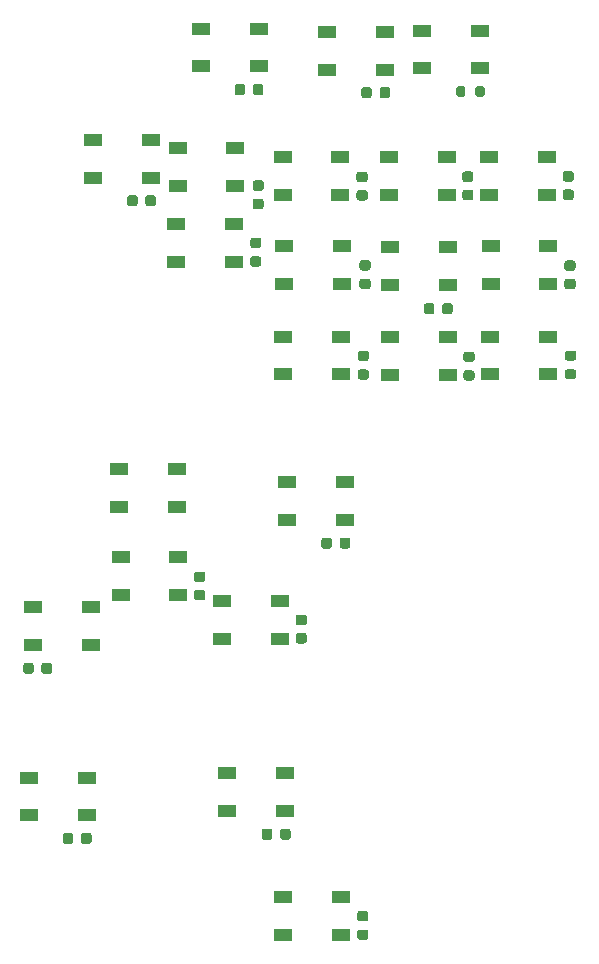
<source format=gbr>
%TF.GenerationSoftware,KiCad,Pcbnew,(5.1.10)-1*%
%TF.CreationDate,2021-11-16T18:01:45+11:00*%
%TF.ProjectId,Landing Gear Panel PCB V2,4c616e64-696e-4672-9047-656172205061,rev?*%
%TF.SameCoordinates,Original*%
%TF.FileFunction,Paste,Top*%
%TF.FilePolarity,Positive*%
%FSLAX46Y46*%
G04 Gerber Fmt 4.6, Leading zero omitted, Abs format (unit mm)*
G04 Created by KiCad (PCBNEW (5.1.10)-1) date 2021-11-16 18:01:45*
%MOMM*%
%LPD*%
G01*
G04 APERTURE LIST*
%ADD10R,1.500000X1.000000*%
G04 APERTURE END LIST*
%TO.C,C22*%
G36*
G01*
X96443750Y-117562000D02*
X96956250Y-117562000D01*
G75*
G02*
X97175000Y-117780750I0J-218750D01*
G01*
X97175000Y-118218250D01*
G75*
G02*
X96956250Y-118437000I-218750J0D01*
G01*
X96443750Y-118437000D01*
G75*
G02*
X96225000Y-118218250I0J218750D01*
G01*
X96225000Y-117780750D01*
G75*
G02*
X96443750Y-117562000I218750J0D01*
G01*
G37*
G36*
G01*
X96443750Y-115987000D02*
X96956250Y-115987000D01*
G75*
G02*
X97175000Y-116205750I0J-218750D01*
G01*
X97175000Y-116643250D01*
G75*
G02*
X96956250Y-116862000I-218750J0D01*
G01*
X96443750Y-116862000D01*
G75*
G02*
X96225000Y-116643250I0J218750D01*
G01*
X96225000Y-116205750D01*
G75*
G02*
X96443750Y-115987000I218750J0D01*
G01*
G37*
%TD*%
%TO.C,C21*%
G36*
G01*
X87393750Y-60562500D02*
X87906250Y-60562500D01*
G75*
G02*
X88125000Y-60781250I0J-218750D01*
G01*
X88125000Y-61218750D01*
G75*
G02*
X87906250Y-61437500I-218750J0D01*
G01*
X87393750Y-61437500D01*
G75*
G02*
X87175000Y-61218750I0J218750D01*
G01*
X87175000Y-60781250D01*
G75*
G02*
X87393750Y-60562500I218750J0D01*
G01*
G37*
G36*
G01*
X87393750Y-58987500D02*
X87906250Y-58987500D01*
G75*
G02*
X88125000Y-59206250I0J-218750D01*
G01*
X88125000Y-59643750D01*
G75*
G02*
X87906250Y-59862500I-218750J0D01*
G01*
X87393750Y-59862500D01*
G75*
G02*
X87175000Y-59643750I0J218750D01*
G01*
X87175000Y-59206250D01*
G75*
G02*
X87393750Y-58987500I218750J0D01*
G01*
G37*
%TD*%
%TO.C,C20*%
G36*
G01*
X114043750Y-70112500D02*
X114556250Y-70112500D01*
G75*
G02*
X114775000Y-70331250I0J-218750D01*
G01*
X114775000Y-70768750D01*
G75*
G02*
X114556250Y-70987500I-218750J0D01*
G01*
X114043750Y-70987500D01*
G75*
G02*
X113825000Y-70768750I0J218750D01*
G01*
X113825000Y-70331250D01*
G75*
G02*
X114043750Y-70112500I218750J0D01*
G01*
G37*
G36*
G01*
X114043750Y-68537500D02*
X114556250Y-68537500D01*
G75*
G02*
X114775000Y-68756250I0J-218750D01*
G01*
X114775000Y-69193750D01*
G75*
G02*
X114556250Y-69412500I-218750J0D01*
G01*
X114043750Y-69412500D01*
G75*
G02*
X113825000Y-69193750I0J218750D01*
G01*
X113825000Y-68756250D01*
G75*
G02*
X114043750Y-68537500I218750J0D01*
G01*
G37*
%TD*%
%TO.C,C19*%
G36*
G01*
X105443750Y-70212500D02*
X105956250Y-70212500D01*
G75*
G02*
X106175000Y-70431250I0J-218750D01*
G01*
X106175000Y-70868750D01*
G75*
G02*
X105956250Y-71087500I-218750J0D01*
G01*
X105443750Y-71087500D01*
G75*
G02*
X105225000Y-70868750I0J218750D01*
G01*
X105225000Y-70431250D01*
G75*
G02*
X105443750Y-70212500I218750J0D01*
G01*
G37*
G36*
G01*
X105443750Y-68637500D02*
X105956250Y-68637500D01*
G75*
G02*
X106175000Y-68856250I0J-218750D01*
G01*
X106175000Y-69293750D01*
G75*
G02*
X105956250Y-69512500I-218750J0D01*
G01*
X105443750Y-69512500D01*
G75*
G02*
X105225000Y-69293750I0J218750D01*
G01*
X105225000Y-68856250D01*
G75*
G02*
X105443750Y-68637500I218750J0D01*
G01*
G37*
%TD*%
%TO.C,C18*%
G36*
G01*
X96493750Y-70137500D02*
X97006250Y-70137500D01*
G75*
G02*
X97225000Y-70356250I0J-218750D01*
G01*
X97225000Y-70793750D01*
G75*
G02*
X97006250Y-71012500I-218750J0D01*
G01*
X96493750Y-71012500D01*
G75*
G02*
X96275000Y-70793750I0J218750D01*
G01*
X96275000Y-70356250D01*
G75*
G02*
X96493750Y-70137500I218750J0D01*
G01*
G37*
G36*
G01*
X96493750Y-68562500D02*
X97006250Y-68562500D01*
G75*
G02*
X97225000Y-68781250I0J-218750D01*
G01*
X97225000Y-69218750D01*
G75*
G02*
X97006250Y-69437500I-218750J0D01*
G01*
X96493750Y-69437500D01*
G75*
G02*
X96275000Y-69218750I0J218750D01*
G01*
X96275000Y-68781250D01*
G75*
G02*
X96493750Y-68562500I218750J0D01*
G01*
G37*
%TD*%
%TO.C,C7*%
G36*
G01*
X96643750Y-62462500D02*
X97156250Y-62462500D01*
G75*
G02*
X97375000Y-62681250I0J-218750D01*
G01*
X97375000Y-63118750D01*
G75*
G02*
X97156250Y-63337500I-218750J0D01*
G01*
X96643750Y-63337500D01*
G75*
G02*
X96425000Y-63118750I0J218750D01*
G01*
X96425000Y-62681250D01*
G75*
G02*
X96643750Y-62462500I218750J0D01*
G01*
G37*
G36*
G01*
X96643750Y-60887500D02*
X97156250Y-60887500D01*
G75*
G02*
X97375000Y-61106250I0J-218750D01*
G01*
X97375000Y-61543750D01*
G75*
G02*
X97156250Y-61762500I-218750J0D01*
G01*
X96643750Y-61762500D01*
G75*
G02*
X96425000Y-61543750I0J218750D01*
G01*
X96425000Y-61106250D01*
G75*
G02*
X96643750Y-60887500I218750J0D01*
G01*
G37*
%TD*%
D10*
%TO.C,D6*%
X89916000Y-52171600D03*
X89916000Y-55371600D03*
X94816000Y-52171600D03*
X94816000Y-55371600D03*
%TD*%
%TO.C,C11*%
G36*
G01*
X82650000Y-88800000D02*
X83150000Y-88800000D01*
G75*
G02*
X83375000Y-89025000I0J-225000D01*
G01*
X83375000Y-89475000D01*
G75*
G02*
X83150000Y-89700000I-225000J0D01*
G01*
X82650000Y-89700000D01*
G75*
G02*
X82425000Y-89475000I0J225000D01*
G01*
X82425000Y-89025000D01*
G75*
G02*
X82650000Y-88800000I225000J0D01*
G01*
G37*
G36*
G01*
X82650000Y-87250000D02*
X83150000Y-87250000D01*
G75*
G02*
X83375000Y-87475000I0J-225000D01*
G01*
X83375000Y-87925000D01*
G75*
G02*
X83150000Y-88150000I-225000J0D01*
G01*
X82650000Y-88150000D01*
G75*
G02*
X82425000Y-87925000I0J225000D01*
G01*
X82425000Y-87475000D01*
G75*
G02*
X82650000Y-87250000I225000J0D01*
G01*
G37*
%TD*%
%TO.C,R1*%
G36*
G01*
X106250000Y-46875000D02*
X106250000Y-46325000D01*
G75*
G02*
X106450000Y-46125000I200000J0D01*
G01*
X106850000Y-46125000D01*
G75*
G02*
X107050000Y-46325000I0J-200000D01*
G01*
X107050000Y-46875000D01*
G75*
G02*
X106850000Y-47075000I-200000J0D01*
G01*
X106450000Y-47075000D01*
G75*
G02*
X106250000Y-46875000I0J200000D01*
G01*
G37*
G36*
G01*
X104600000Y-46875000D02*
X104600000Y-46325000D01*
G75*
G02*
X104800000Y-46125000I200000J0D01*
G01*
X105200000Y-46125000D01*
G75*
G02*
X105400000Y-46325000I0J-200000D01*
G01*
X105400000Y-46875000D01*
G75*
G02*
X105200000Y-47075000I-200000J0D01*
G01*
X104800000Y-47075000D01*
G75*
G02*
X104600000Y-46875000I0J200000D01*
G01*
G37*
%TD*%
%TO.C,C17*%
G36*
G01*
X91250000Y-92450000D02*
X91750000Y-92450000D01*
G75*
G02*
X91975000Y-92675000I0J-225000D01*
G01*
X91975000Y-93125000D01*
G75*
G02*
X91750000Y-93350000I-225000J0D01*
G01*
X91250000Y-93350000D01*
G75*
G02*
X91025000Y-93125000I0J225000D01*
G01*
X91025000Y-92675000D01*
G75*
G02*
X91250000Y-92450000I225000J0D01*
G01*
G37*
G36*
G01*
X91250000Y-90900000D02*
X91750000Y-90900000D01*
G75*
G02*
X91975000Y-91125000I0J-225000D01*
G01*
X91975000Y-91575000D01*
G75*
G02*
X91750000Y-91800000I-225000J0D01*
G01*
X91250000Y-91800000D01*
G75*
G02*
X91025000Y-91575000I0J225000D01*
G01*
X91025000Y-91125000D01*
G75*
G02*
X91250000Y-90900000I225000J0D01*
G01*
G37*
%TD*%
%TO.C,C16*%
G36*
G01*
X94750000Y-85100000D02*
X94750000Y-84600000D01*
G75*
G02*
X94975000Y-84375000I225000J0D01*
G01*
X95425000Y-84375000D01*
G75*
G02*
X95650000Y-84600000I0J-225000D01*
G01*
X95650000Y-85100000D01*
G75*
G02*
X95425000Y-85325000I-225000J0D01*
G01*
X94975000Y-85325000D01*
G75*
G02*
X94750000Y-85100000I0J225000D01*
G01*
G37*
G36*
G01*
X93200000Y-85100000D02*
X93200000Y-84600000D01*
G75*
G02*
X93425000Y-84375000I225000J0D01*
G01*
X93875000Y-84375000D01*
G75*
G02*
X94100000Y-84600000I0J-225000D01*
G01*
X94100000Y-85100000D01*
G75*
G02*
X93875000Y-85325000I-225000J0D01*
G01*
X93425000Y-85325000D01*
G75*
G02*
X93200000Y-85100000I0J225000D01*
G01*
G37*
%TD*%
%TO.C,C15*%
G36*
G01*
X89700000Y-109750000D02*
X89700000Y-109250000D01*
G75*
G02*
X89925000Y-109025000I225000J0D01*
G01*
X90375000Y-109025000D01*
G75*
G02*
X90600000Y-109250000I0J-225000D01*
G01*
X90600000Y-109750000D01*
G75*
G02*
X90375000Y-109975000I-225000J0D01*
G01*
X89925000Y-109975000D01*
G75*
G02*
X89700000Y-109750000I0J225000D01*
G01*
G37*
G36*
G01*
X88150000Y-109750000D02*
X88150000Y-109250000D01*
G75*
G02*
X88375000Y-109025000I225000J0D01*
G01*
X88825000Y-109025000D01*
G75*
G02*
X89050000Y-109250000I0J-225000D01*
G01*
X89050000Y-109750000D01*
G75*
G02*
X88825000Y-109975000I-225000J0D01*
G01*
X88375000Y-109975000D01*
G75*
G02*
X88150000Y-109750000I0J225000D01*
G01*
G37*
%TD*%
%TO.C,C14*%
G36*
G01*
X72850000Y-110100000D02*
X72850000Y-109600000D01*
G75*
G02*
X73075000Y-109375000I225000J0D01*
G01*
X73525000Y-109375000D01*
G75*
G02*
X73750000Y-109600000I0J-225000D01*
G01*
X73750000Y-110100000D01*
G75*
G02*
X73525000Y-110325000I-225000J0D01*
G01*
X73075000Y-110325000D01*
G75*
G02*
X72850000Y-110100000I0J225000D01*
G01*
G37*
G36*
G01*
X71300000Y-110100000D02*
X71300000Y-109600000D01*
G75*
G02*
X71525000Y-109375000I225000J0D01*
G01*
X71975000Y-109375000D01*
G75*
G02*
X72200000Y-109600000I0J-225000D01*
G01*
X72200000Y-110100000D01*
G75*
G02*
X71975000Y-110325000I-225000J0D01*
G01*
X71525000Y-110325000D01*
G75*
G02*
X71300000Y-110100000I0J225000D01*
G01*
G37*
%TD*%
%TO.C,C13*%
G36*
G01*
X69500000Y-95700000D02*
X69500000Y-95200000D01*
G75*
G02*
X69725000Y-94975000I225000J0D01*
G01*
X70175000Y-94975000D01*
G75*
G02*
X70400000Y-95200000I0J-225000D01*
G01*
X70400000Y-95700000D01*
G75*
G02*
X70175000Y-95925000I-225000J0D01*
G01*
X69725000Y-95925000D01*
G75*
G02*
X69500000Y-95700000I0J225000D01*
G01*
G37*
G36*
G01*
X67950000Y-95700000D02*
X67950000Y-95200000D01*
G75*
G02*
X68175000Y-94975000I225000J0D01*
G01*
X68625000Y-94975000D01*
G75*
G02*
X68850000Y-95200000I0J-225000D01*
G01*
X68850000Y-95700000D01*
G75*
G02*
X68625000Y-95925000I-225000J0D01*
G01*
X68175000Y-95925000D01*
G75*
G02*
X67950000Y-95700000I0J225000D01*
G01*
G37*
%TD*%
%TO.C,C12*%
G36*
G01*
X96400000Y-54950000D02*
X96900000Y-54950000D01*
G75*
G02*
X97125000Y-55175000I0J-225000D01*
G01*
X97125000Y-55625000D01*
G75*
G02*
X96900000Y-55850000I-225000J0D01*
G01*
X96400000Y-55850000D01*
G75*
G02*
X96175000Y-55625000I0J225000D01*
G01*
X96175000Y-55175000D01*
G75*
G02*
X96400000Y-54950000I225000J0D01*
G01*
G37*
G36*
G01*
X96400000Y-53400000D02*
X96900000Y-53400000D01*
G75*
G02*
X97125000Y-53625000I0J-225000D01*
G01*
X97125000Y-54075000D01*
G75*
G02*
X96900000Y-54300000I-225000J0D01*
G01*
X96400000Y-54300000D01*
G75*
G02*
X96175000Y-54075000I0J225000D01*
G01*
X96175000Y-53625000D01*
G75*
G02*
X96400000Y-53400000I225000J0D01*
G01*
G37*
%TD*%
%TO.C,C10*%
G36*
G01*
X88100000Y-55025000D02*
X87600000Y-55025000D01*
G75*
G02*
X87375000Y-54800000I0J225000D01*
G01*
X87375000Y-54350000D01*
G75*
G02*
X87600000Y-54125000I225000J0D01*
G01*
X88100000Y-54125000D01*
G75*
G02*
X88325000Y-54350000I0J-225000D01*
G01*
X88325000Y-54800000D01*
G75*
G02*
X88100000Y-55025000I-225000J0D01*
G01*
G37*
G36*
G01*
X88100000Y-56575000D02*
X87600000Y-56575000D01*
G75*
G02*
X87375000Y-56350000I0J225000D01*
G01*
X87375000Y-55900000D01*
G75*
G02*
X87600000Y-55675000I225000J0D01*
G01*
X88100000Y-55675000D01*
G75*
G02*
X88325000Y-55900000I0J-225000D01*
G01*
X88325000Y-56350000D01*
G75*
G02*
X88100000Y-56575000I-225000J0D01*
G01*
G37*
%TD*%
%TO.C,C9*%
G36*
G01*
X78300000Y-56100000D02*
X78300000Y-55600000D01*
G75*
G02*
X78525000Y-55375000I225000J0D01*
G01*
X78975000Y-55375000D01*
G75*
G02*
X79200000Y-55600000I0J-225000D01*
G01*
X79200000Y-56100000D01*
G75*
G02*
X78975000Y-56325000I-225000J0D01*
G01*
X78525000Y-56325000D01*
G75*
G02*
X78300000Y-56100000I0J225000D01*
G01*
G37*
G36*
G01*
X76750000Y-56100000D02*
X76750000Y-55600000D01*
G75*
G02*
X76975000Y-55375000I225000J0D01*
G01*
X77425000Y-55375000D01*
G75*
G02*
X77650000Y-55600000I0J-225000D01*
G01*
X77650000Y-56100000D01*
G75*
G02*
X77425000Y-56325000I-225000J0D01*
G01*
X76975000Y-56325000D01*
G75*
G02*
X76750000Y-56100000I0J225000D01*
G01*
G37*
%TD*%
%TO.C,C8*%
G36*
G01*
X105350000Y-54925000D02*
X105850000Y-54925000D01*
G75*
G02*
X106075000Y-55150000I0J-225000D01*
G01*
X106075000Y-55600000D01*
G75*
G02*
X105850000Y-55825000I-225000J0D01*
G01*
X105350000Y-55825000D01*
G75*
G02*
X105125000Y-55600000I0J225000D01*
G01*
X105125000Y-55150000D01*
G75*
G02*
X105350000Y-54925000I225000J0D01*
G01*
G37*
G36*
G01*
X105350000Y-53375000D02*
X105850000Y-53375000D01*
G75*
G02*
X106075000Y-53600000I0J-225000D01*
G01*
X106075000Y-54050000D01*
G75*
G02*
X105850000Y-54275000I-225000J0D01*
G01*
X105350000Y-54275000D01*
G75*
G02*
X105125000Y-54050000I0J225000D01*
G01*
X105125000Y-53600000D01*
G75*
G02*
X105350000Y-53375000I225000J0D01*
G01*
G37*
%TD*%
%TO.C,C6*%
G36*
G01*
X103425000Y-65250000D02*
X103425000Y-64750000D01*
G75*
G02*
X103650000Y-64525000I225000J0D01*
G01*
X104100000Y-64525000D01*
G75*
G02*
X104325000Y-64750000I0J-225000D01*
G01*
X104325000Y-65250000D01*
G75*
G02*
X104100000Y-65475000I-225000J0D01*
G01*
X103650000Y-65475000D01*
G75*
G02*
X103425000Y-65250000I0J225000D01*
G01*
G37*
G36*
G01*
X101875000Y-65250000D02*
X101875000Y-64750000D01*
G75*
G02*
X102100000Y-64525000I225000J0D01*
G01*
X102550000Y-64525000D01*
G75*
G02*
X102775000Y-64750000I0J-225000D01*
G01*
X102775000Y-65250000D01*
G75*
G02*
X102550000Y-65475000I-225000J0D01*
G01*
X102100000Y-65475000D01*
G75*
G02*
X101875000Y-65250000I0J225000D01*
G01*
G37*
%TD*%
%TO.C,C5*%
G36*
G01*
X113850000Y-54900000D02*
X114350000Y-54900000D01*
G75*
G02*
X114575000Y-55125000I0J-225000D01*
G01*
X114575000Y-55575000D01*
G75*
G02*
X114350000Y-55800000I-225000J0D01*
G01*
X113850000Y-55800000D01*
G75*
G02*
X113625000Y-55575000I0J225000D01*
G01*
X113625000Y-55125000D01*
G75*
G02*
X113850000Y-54900000I225000J0D01*
G01*
G37*
G36*
G01*
X113850000Y-53350000D02*
X114350000Y-53350000D01*
G75*
G02*
X114575000Y-53575000I0J-225000D01*
G01*
X114575000Y-54025000D01*
G75*
G02*
X114350000Y-54250000I-225000J0D01*
G01*
X113850000Y-54250000D01*
G75*
G02*
X113625000Y-54025000I0J225000D01*
G01*
X113625000Y-53575000D01*
G75*
G02*
X113850000Y-53350000I225000J0D01*
G01*
G37*
%TD*%
%TO.C,C4*%
G36*
G01*
X114000000Y-62450000D02*
X114500000Y-62450000D01*
G75*
G02*
X114725000Y-62675000I0J-225000D01*
G01*
X114725000Y-63125000D01*
G75*
G02*
X114500000Y-63350000I-225000J0D01*
G01*
X114000000Y-63350000D01*
G75*
G02*
X113775000Y-63125000I0J225000D01*
G01*
X113775000Y-62675000D01*
G75*
G02*
X114000000Y-62450000I225000J0D01*
G01*
G37*
G36*
G01*
X114000000Y-60900000D02*
X114500000Y-60900000D01*
G75*
G02*
X114725000Y-61125000I0J-225000D01*
G01*
X114725000Y-61575000D01*
G75*
G02*
X114500000Y-61800000I-225000J0D01*
G01*
X114000000Y-61800000D01*
G75*
G02*
X113775000Y-61575000I0J225000D01*
G01*
X113775000Y-61125000D01*
G75*
G02*
X114000000Y-60900000I225000J0D01*
G01*
G37*
%TD*%
%TO.C,C3*%
G36*
G01*
X98125000Y-46950000D02*
X98125000Y-46450000D01*
G75*
G02*
X98350000Y-46225000I225000J0D01*
G01*
X98800000Y-46225000D01*
G75*
G02*
X99025000Y-46450000I0J-225000D01*
G01*
X99025000Y-46950000D01*
G75*
G02*
X98800000Y-47175000I-225000J0D01*
G01*
X98350000Y-47175000D01*
G75*
G02*
X98125000Y-46950000I0J225000D01*
G01*
G37*
G36*
G01*
X96575000Y-46950000D02*
X96575000Y-46450000D01*
G75*
G02*
X96800000Y-46225000I225000J0D01*
G01*
X97250000Y-46225000D01*
G75*
G02*
X97475000Y-46450000I0J-225000D01*
G01*
X97475000Y-46950000D01*
G75*
G02*
X97250000Y-47175000I-225000J0D01*
G01*
X96800000Y-47175000D01*
G75*
G02*
X96575000Y-46950000I0J225000D01*
G01*
G37*
%TD*%
%TO.C,C2*%
G36*
G01*
X87400000Y-46700000D02*
X87400000Y-46200000D01*
G75*
G02*
X87625000Y-45975000I225000J0D01*
G01*
X88075000Y-45975000D01*
G75*
G02*
X88300000Y-46200000I0J-225000D01*
G01*
X88300000Y-46700000D01*
G75*
G02*
X88075000Y-46925000I-225000J0D01*
G01*
X87625000Y-46925000D01*
G75*
G02*
X87400000Y-46700000I0J225000D01*
G01*
G37*
G36*
G01*
X85850000Y-46700000D02*
X85850000Y-46200000D01*
G75*
G02*
X86075000Y-45975000I225000J0D01*
G01*
X86525000Y-45975000D01*
G75*
G02*
X86750000Y-46200000I0J-225000D01*
G01*
X86750000Y-46700000D01*
G75*
G02*
X86525000Y-46925000I-225000J0D01*
G01*
X86075000Y-46925000D01*
G75*
G02*
X85850000Y-46700000I0J225000D01*
G01*
G37*
%TD*%
%TO.C,D16*%
X76050000Y-78600000D03*
X76050000Y-81800000D03*
X80950000Y-78600000D03*
X80950000Y-81800000D03*
%TD*%
%TO.C,D23*%
X89994400Y-114834000D03*
X89994400Y-118034000D03*
X94894400Y-114834000D03*
X94894400Y-118034000D03*
%TD*%
%TO.C,D22*%
X85230800Y-104318000D03*
X85230800Y-107518000D03*
X90130800Y-104318000D03*
X90130800Y-107518000D03*
%TD*%
%TO.C,D21*%
X68427600Y-104699000D03*
X68427600Y-107899000D03*
X73327600Y-104699000D03*
X73327600Y-107899000D03*
%TD*%
%TO.C,D20*%
X84773600Y-89738400D03*
X84773600Y-92938400D03*
X89673600Y-89738400D03*
X89673600Y-92938400D03*
%TD*%
%TO.C,D19*%
X68783200Y-90271600D03*
X68783200Y-93471600D03*
X73683200Y-90271600D03*
X73683200Y-93471600D03*
%TD*%
%TO.C,D18*%
X76200000Y-86055200D03*
X76200000Y-89255200D03*
X81100000Y-86055200D03*
X81100000Y-89255200D03*
%TD*%
%TO.C,D17*%
X90300000Y-79700000D03*
X90300000Y-82900000D03*
X95200000Y-79700000D03*
X95200000Y-82900000D03*
%TD*%
%TO.C,D15*%
X107493000Y-67360800D03*
X107493000Y-70560800D03*
X112393000Y-67360800D03*
X112393000Y-70560800D03*
%TD*%
%TO.C,D14*%
X99009000Y-67411600D03*
X99009000Y-70611600D03*
X103909000Y-67411600D03*
X103909000Y-70611600D03*
%TD*%
%TO.C,D13*%
X89966800Y-67360800D03*
X89966800Y-70560800D03*
X94866800Y-67360800D03*
X94866800Y-70560800D03*
%TD*%
%TO.C,D12*%
X107532000Y-59715600D03*
X107532000Y-62915600D03*
X112432000Y-59715600D03*
X112432000Y-62915600D03*
%TD*%
%TO.C,D11*%
X99009000Y-59791600D03*
X99009000Y-62991600D03*
X103909000Y-59791600D03*
X103909000Y-62991600D03*
%TD*%
%TO.C,D10*%
X90056800Y-59715600D03*
X90056800Y-62915600D03*
X94956800Y-59715600D03*
X94956800Y-62915600D03*
%TD*%
%TO.C,D9*%
X80924400Y-57810400D03*
X80924400Y-61010400D03*
X85824400Y-57810400D03*
X85824400Y-61010400D03*
%TD*%
%TO.C,D8*%
X107380000Y-52146400D03*
X107380000Y-55346400D03*
X112280000Y-52146400D03*
X112280000Y-55346400D03*
%TD*%
%TO.C,D7*%
X98908000Y-52171600D03*
X98908000Y-55371600D03*
X103808000Y-52171600D03*
X103808000Y-55371600D03*
%TD*%
%TO.C,D5*%
X81026000Y-51409600D03*
X81026000Y-54609600D03*
X85926000Y-51409600D03*
X85926000Y-54609600D03*
%TD*%
%TO.C,D4*%
X73863200Y-50698400D03*
X73863200Y-53898400D03*
X78763200Y-50698400D03*
X78763200Y-53898400D03*
%TD*%
%TO.C,D3*%
X101752000Y-41452800D03*
X101752000Y-44652800D03*
X106652000Y-41452800D03*
X106652000Y-44652800D03*
%TD*%
%TO.C,D2*%
X93675200Y-41554400D03*
X93675200Y-44754400D03*
X98575200Y-41554400D03*
X98575200Y-44754400D03*
%TD*%
%TO.C,D1*%
X82995600Y-41275200D03*
X82995600Y-44475200D03*
X87895600Y-41275200D03*
X87895600Y-44475200D03*
%TD*%
M02*

</source>
